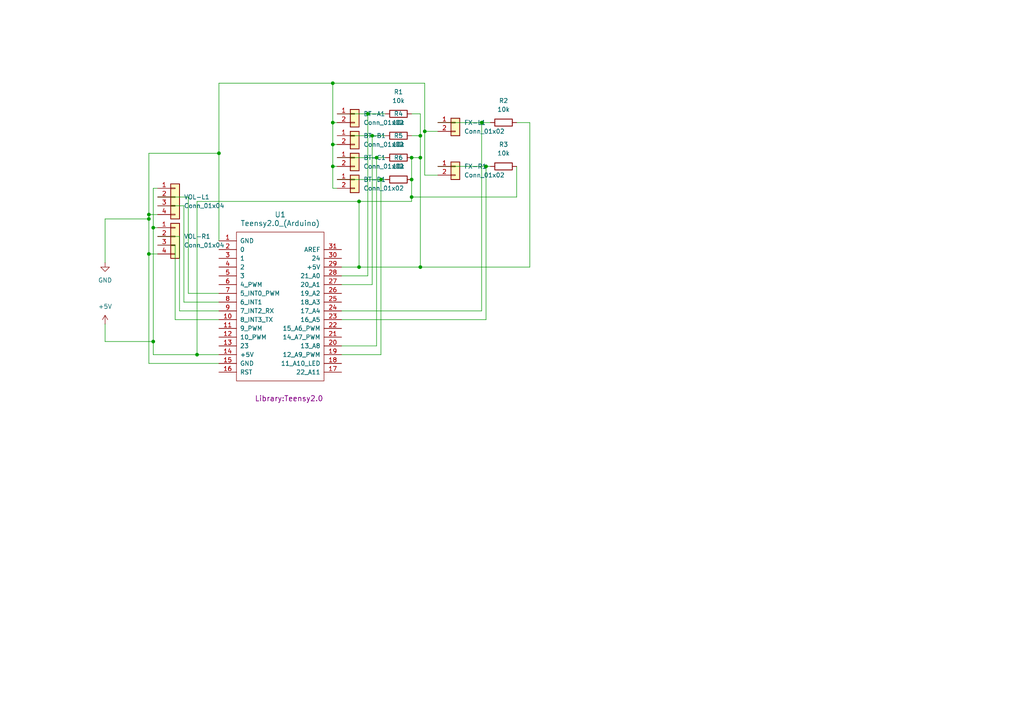
<source format=kicad_sch>
(kicad_sch (version 20231120) (generator "eeschema") (generator_version "8.0")
  (paper "A4")
  (lib_symbols
    (symbol "Connector_Generic:Conn_01x02" (pin_names (offset 1.016) hide)
      (property "Reference" "J" (at 0 2.54 0))
      (property "Value" "Conn_01x02" (at 0 -5.08 0))
      (symbol "Conn_01x02_1_1"
        (rectangle (start -1.27 -2.413) (end 0 -2.667) (stroke (width 0.1524)))
        (rectangle (start -1.27 0.127) (end 0 -0.127) (stroke (width 0.1524)))
        (rectangle (start -1.27 1.27) (end 1.27 -3.81) (stroke (width 0.254)) (fill (type background)))
        (pin passive line (at -5.08 0 0) (length 3.81) (name "Pin_1") (number "1"))
        (pin passive line (at -5.08 -2.54 0) (length 3.81) (name "Pin_2") (number "2"))
      )
    )
    (symbol "Connector_Generic:Conn_01x04" (pin_names (offset 1.016) hide)
      (property "Reference" "J" (at 0 5.08 0))
      (property "Value" "Conn_01x04" (at 0 -7.62 0))
      (symbol "Conn_01x04_1_1"
        (rectangle (start -1.27 -4.953) (end 0 -5.207) (stroke (width 0.1524)))
        (rectangle (start -1.27 -2.413) (end 0 -2.667) (stroke (width 0.1524)))
        (rectangle (start -1.27 0.127) (end 0 -0.127) (stroke (width 0.1524)))
        (rectangle (start -1.27 2.667) (end 0 2.413) (stroke (width 0.1524)))
        (rectangle (start -1.27 3.81) (end 1.27 -6.35) (stroke (width 0.254)) (fill (type background)))
        (pin passive line (at -5.08 2.54 0) (length 3.81) (name "Pin_1") (number "1"))
        (pin passive line (at -5.08 0 0) (length 3.81) (name "Pin_2") (number "2"))
        (pin passive line (at -5.08 -2.54 0) (length 3.81) (name "Pin_3") (number "3"))
        (pin passive line (at -5.08 -5.08 0) (length 3.81) (name "Pin_4") (number "4"))
      )
    )
    (symbol "Device:R" (pin_numbers hide) (pin_names (offset 0))
      (property "Reference" "R" (at 2.032 0 90))
      (property "Value" "R" (at 0 0 90))
      (symbol "R_0_1"
        (rectangle (start -1.016 -2.54) (end 1.016 2.54) (stroke (width 0.254)))
      )
      (symbol "R_1_1"
        (pin passive line (at 0 3.81 270) (length 1.27) (name "~") (number "1"))
        (pin passive line (at 0 -3.81 90) (length 1.27) (name "~") (number "2"))
      )
    )
    (symbol "Teensy:Teensy2.0_(Arduino)" (pin_names (offset 1.016))
      (property "Reference" "U" (at 0 24.13 0))
      (property "Value" "Teensy2.0_(Arduino)" (at 0 -24.13 0))
      (symbol "Teensy2.0_(Arduino)_0_1"
        (rectangle (start -12.7 21.59) (end 12.7 -21.59))
      )
      (symbol "Teensy2.0_(Arduino)_1_1"
        (pin power_in line (at -17.78 19.05 0) (length 5.08) (name "GND") (number "1"))
        (pin bidirectional line (at -17.78 -3.81 0) (length 5.08) (name "8_INT3_TX") (number "10"))
        (pin bidirectional line (at -17.78 -6.35 0) (length 5.08) (name "9_PWM") (number "11"))
        (pin bidirectional line (at -17.78 -8.89 0) (length 5.08) (name "10_PWM") (number "12"))
        (pin bidirectional line (at -17.78 -11.43 0) (length 5.08) (name "23") (number "13"))
        (pin power_in line (at -17.78 -13.97 0) (length 5.08) (name "+5V") (number "14"))
        (pin power_in line (at -17.78 -16.51 0) (length 5.08) (name "GND") (number "15"))
        (pin input line (at -17.78 -19.05 0) (length 5.08) (name "RST") (number "16"))
        (pin bidirectional line (at 17.78 -19.05 180) (length 5.08) (name "22_A11") (number "17"))
        (pin bidirectional line (at 17.78 -16.51 180) (length 5.08) (name "11_A10_LED") (number "18"))
        (pin bidirectional line (at 17.78 -13.97 180) (length 5.08) (name "12_A9_PWM") (number "19"))
        (pin bidirectional line (at -17.78 16.51 0) (length 5.08) (name "0") (number "2"))
        (pin bidirectional line (at 17.78 -11.43 180) (length 5.08) (name "13_A8") (number "20"))
        (pin bidirectional line (at 17.78 -8.89 180) (length 5.08) (name "14_A7_PWM") (number "21"))
        (pin bidirectional line (at 17.78 -6.35 180) (length 5.08) (name "15_A6_PWM") (number "22"))
        (pin bidirectional line (at 17.78 -3.81 180) (length 5.08) (name "16_A5") (number "23"))
        (pin bidirectional line (at 17.78 -1.27 180) (length 5.08) (name "17_A4") (number "24"))
        (pin bidirectional line (at 17.78 1.27 180) (length 5.08) (name "18_A3") (number "25"))
        (pin bidirectional line (at 17.78 3.81 180) (length 5.08) (name "19_A2") (number "26"))
        (pin bidirectional line (at 17.78 6.35 180) (length 5.08) (name "20_A1") (number "27"))
        (pin bidirectional line (at 17.78 8.89 180) (length 5.08) (name "21_A0") (number "28"))
        (pin power_in line (at 17.78 11.43 180) (length 5.08) (name "+5V") (number "29"))
        (pin bidirectional line (at -17.78 13.97 0) (length 5.08) (name "1") (number "3"))
        (pin bidirectional line (at 17.78 13.97 180) (length 5.08) (name "24") (number "30"))
        (pin input line (at 17.78 16.51 180) (length 5.08) (name "AREF") (number "31"))
        (pin bidirectional line (at -17.78 11.43 0) (length 5.08) (name "2") (number "4"))
        (pin bidirectional line (at -17.78 8.89 0) (length 5.08) (name "3") (number "5"))
        (pin bidirectional line (at -17.78 6.35 0) (length 5.08) (name "4_PWM") (number "6"))
        (pin bidirectional line (at -17.78 3.81 0) (length 5.08) (name "5_INT0_PWM") (number "7"))
        (pin bidirectional line (at -17.78 1.27 0) (length 5.08) (name "6_INT1") (number "8"))
        (pin bidirectional line (at -17.78 -1.27 0) (length 5.08) (name "7_INT2_RX") (number "9"))
      )
    )
    (symbol "power:+5V" (power) (pin_numbers hide) (pin_names (offset 0) hide)
      (property "Value" "+5V" (at 0 3.556 0))
      (symbol "+5V_0_1"
        (polyline (pts (xy -0.762 1.27) (xy 0 2.54)))
        (polyline (pts (xy 0 0) (xy 0 2.54)))
        (polyline (pts (xy 0 2.54) (xy 0.762 1.27)))
      )
      (symbol "+5V_1_1"
        (pin power_in line (at 0 0 90) (length 0) (name "~") (number "1"))
      )
    )
    (symbol "power:GND" (power) (pin_numbers hide) (pin_names (offset 0) hide)
      (property "Value" "GND" (at 0 -3.81 0))
      (symbol "GND_0_1"
        (polyline (pts (xy 0 0) (xy 0 -1.27) (xy 1.27 -1.27) (xy 0 -2.54) (xy -1.27 -1.27) (xy 0 -1.27)))
      )
      (symbol "GND_1_1"
        (pin power_in line (at 0 0 270) (length 0) (name "~") (number "1"))
      )
    )
  )
  (junction (at 43.18 62.23))
  (junction (at 123.19 38.1))
  (junction (at 121.92 77.47))
  (junction (at 121.92 39.37))
  (junction (at 110.49 52.07))
  (junction (at 44.45 66.04))
  (junction (at 96.52 48.26))
  (junction (at 44.45 99.06))
  (junction (at 43.18 63.5))
  (junction (at 139.7 35.56))
  (junction (at 63.5 44.45))
  (junction (at 107.95 39.37))
  (junction (at 119.38 57.15))
  (junction (at 96.52 24.13))
  (junction (at 96.52 41.91))
  (junction (at 96.52 35.56))
  (junction (at 121.92 45.72))
  (junction (at 109.22 45.72))
  (junction (at 104.14 58.42))
  (junction (at 104.14 77.47))
  (junction (at 106.68 33.02))
  (junction (at 140.97 48.26))
  (junction (at 43.18 73.66))
  (junction (at 119.38 45.72))
  (junction (at 57.15 102.87))
  (junction (at 119.38 52.07))
  (wire (pts (xy 99.06 80.01) (xy 106.68 80.01)))
  (wire (pts (xy 50.8 71.12) (xy 50.8 92.71)))
  (wire (pts (xy 63.5 85.09) (xy 54.61 85.09)))
  (wire (pts (xy 149.86 57.15) (xy 119.38 57.15)))
  (wire (pts (xy 139.7 35.56) (xy 139.7 90.17)))
  (wire (pts (xy 127 35.56) (xy 139.7 35.56)))
  (wire (pts (xy 149.86 48.26) (xy 149.86 57.15)))
  (wire (pts (xy 96.52 48.26) (xy 97.79 48.26)))
  (wire (pts (xy 50.8 71.12) (xy 45.72 71.12)))
  (wire (pts (xy 30.48 99.06) (xy 30.48 93.98)))
  (wire (pts (xy 96.52 35.56) (xy 97.79 35.56)))
  (wire (pts (xy 63.5 90.17) (xy 52.07 90.17)))
  (wire (pts (xy 121.92 77.47) (xy 153.67 77.47)))
  (wire (pts (xy 123.19 50.8) (xy 127 50.8)))
  (wire (pts (xy 43.18 73.66) (xy 45.72 73.66)))
  (wire (pts (xy 107.95 39.37) (xy 111.76 39.37)))
  (wire (pts (xy 57.15 58.42) (xy 57.15 102.87)))
  (wire (pts (xy 99.06 77.47) (xy 104.14 77.47)))
  (wire (pts (xy 96.52 35.56) (xy 96.52 41.91)))
  (wire (pts (xy 57.15 102.87) (xy 63.5 102.87)))
  (wire (pts (xy 104.14 77.47) (xy 121.92 77.47)))
  (wire (pts (xy 97.79 45.72) (xy 109.22 45.72)))
  (wire (pts (xy 140.97 48.26) (xy 142.24 48.26)))
  (wire (pts (xy 139.7 35.56) (xy 142.24 35.56)))
  (wire (pts (xy 53.34 59.69) (xy 45.72 59.69)))
  (wire (pts (xy 97.79 33.02) (xy 106.68 33.02)))
  (wire (pts (xy 63.5 105.41) (xy 43.18 105.41)))
  (wire (pts (xy 104.14 58.42) (xy 104.14 77.47)))
  (wire (pts (xy 99.06 92.71) (xy 140.97 92.71)))
  (wire (pts (xy 63.5 87.63) (xy 53.34 87.63)))
  (wire (pts (xy 44.45 66.04) (xy 45.72 66.04)))
  (wire (pts (xy 140.97 48.26) (xy 140.97 92.71)))
  (wire (pts (xy 96.52 41.91) (xy 97.79 41.91)))
  (wire (pts (xy 44.45 102.87) (xy 57.15 102.87)))
  (wire (pts (xy 110.49 102.87) (xy 99.06 102.87)))
  (wire (pts (xy 121.92 33.02) (xy 121.92 39.37)))
  (wire (pts (xy 43.18 73.66) (xy 43.18 105.41)))
  (wire (pts (xy 43.18 63.5) (xy 30.48 63.5)))
  (wire (pts (xy 44.45 66.04) (xy 44.45 54.61)))
  (wire (pts (xy 44.45 99.06) (xy 30.48 99.06)))
  (wire (pts (xy 43.18 62.23) (xy 45.72 62.23)))
  (wire (pts (xy 123.19 38.1) (xy 127 38.1)))
  (wire (pts (xy 99.06 90.17) (xy 139.7 90.17)))
  (wire (pts (xy 106.68 33.02) (xy 106.68 80.01)))
  (wire (pts (xy 43.18 63.5) (xy 43.18 73.66)))
  (wire (pts (xy 119.38 45.72) (xy 121.92 45.72)))
  (wire (pts (xy 54.61 57.15) (xy 54.61 85.09)))
  (wire (pts (xy 153.67 35.56) (xy 153.67 77.47)))
  (wire (pts (xy 109.22 100.33) (xy 99.06 100.33)))
  (wire (pts (xy 43.18 44.45) (xy 43.18 62.23)))
  (wire (pts (xy 127 48.26) (xy 140.97 48.26)))
  (wire (pts (xy 96.52 24.13) (xy 123.19 24.13)))
  (wire (pts (xy 53.34 59.69) (xy 53.34 87.63)))
  (wire (pts (xy 109.22 45.72) (xy 111.76 45.72)))
  (wire (pts (xy 121.92 39.37) (xy 121.92 45.72)))
  (wire (pts (xy 149.86 35.56) (xy 153.67 35.56)))
  (wire (pts (xy 63.5 92.71) (xy 50.8 92.71)))
  (wire (pts (xy 43.18 44.45) (xy 63.5 44.45)))
  (wire (pts (xy 96.52 41.91) (xy 96.52 48.26)))
  (wire (pts (xy 119.38 45.72) (xy 119.38 52.07)))
  (wire (pts (xy 97.79 52.07) (xy 110.49 52.07)))
  (wire (pts (xy 96.52 24.13) (xy 96.52 35.56)))
  (wire (pts (xy 54.61 57.15) (xy 45.72 57.15)))
  (wire (pts (xy 52.07 68.58) (xy 45.72 68.58)))
  (wire (pts (xy 96.52 54.61) (xy 97.79 54.61)))
  (wire (pts (xy 119.38 39.37) (xy 121.92 39.37)))
  (wire (pts (xy 63.5 69.85) (xy 63.5 44.45)))
  (wire (pts (xy 96.52 48.26) (xy 96.52 54.61)))
  (wire (pts (xy 123.19 38.1) (xy 123.19 50.8)))
  (wire (pts (xy 119.38 57.15) (xy 119.38 58.42)))
  (wire (pts (xy 121.92 45.72) (xy 121.92 77.47)))
  (wire (pts (xy 44.45 66.04) (xy 44.45 99.06)))
  (wire (pts (xy 63.5 24.13) (xy 96.52 24.13)))
  (wire (pts (xy 43.18 62.23) (xy 43.18 63.5)))
  (wire (pts (xy 30.48 63.5) (xy 30.48 76.2)))
  (wire (pts (xy 97.79 39.37) (xy 107.95 39.37)))
  (wire (pts (xy 44.45 99.06) (xy 44.45 102.87)))
  (wire (pts (xy 63.5 44.45) (xy 63.5 24.13)))
  (wire (pts (xy 44.45 54.61) (xy 45.72 54.61)))
  (wire (pts (xy 123.19 24.13) (xy 123.19 38.1)))
  (wire (pts (xy 106.68 33.02) (xy 111.76 33.02)))
  (wire (pts (xy 109.22 45.72) (xy 109.22 100.33)))
  (wire (pts (xy 104.14 58.42) (xy 57.15 58.42)))
  (wire (pts (xy 52.07 68.58) (xy 52.07 90.17)))
  (wire (pts (xy 110.49 52.07) (xy 111.76 52.07)))
  (wire (pts (xy 107.95 39.37) (xy 107.95 82.55)))
  (wire (pts (xy 110.49 52.07) (xy 110.49 102.87)))
  (wire (pts (xy 99.06 82.55) (xy 107.95 82.55)))
  (wire (pts (xy 119.38 58.42) (xy 104.14 58.42)))
  (wire (pts (xy 119.38 33.02) (xy 121.92 33.02)))
  (wire (pts (xy 119.38 52.07) (xy 119.38 57.15)))
  (symbol (lib_id "Connector_Generic:Conn_01x02") (at 132.08 35.56 0) (unit 1)
    (property "Reference" "FX-L1" (at 134.62 35.5599 0) (effects (justify left)))
    (property "Value" "Conn_01x02" (at 134.62 38.0999 0) (effects (justify left)))
    (property "Footprint" "Connector_JST:JST_XH_B2B-XH-A_1x02_P2.50mm_Vertical" (effects (hide yes)))
    (property "Description" "Generic connector, single row, 01x02, script generated (kicad-library-utils/schlib/autogen/connector/)" (effects (hide yes)))
  )
  (symbol (lib_id "Connector_Generic:Conn_01x02") (at 132.08 48.26 0) (unit 1)
    (property "Reference" "FX-R1" (at 134.62 48.2599 0) (effects (justify left)))
    (property "Value" "Conn_01x02" (at 134.62 50.7999 0) (effects (justify left)))
    (property "Footprint" "Connector_JST:JST_XH_B2B-XH-A_1x02_P2.50mm_Vertical" (effects (hide yes)))
    (property "Description" "Generic connector, single row, 01x02, script generated (kicad-library-utils/schlib/autogen/connector/)" (effects (hide yes)))
  )
  (symbol (lib_id "Connector_Generic:Conn_01x04") (at 50.8 57.15 0) (unit 1)
    (property "Reference" "VOL-L1" (at 53.34 57.1499 0) (effects (justify left)))
    (property "Value" "Conn_01x04" (at 53.34 59.6899 0) (effects (justify left)))
    (property "Footprint" "Connector_JST:JST_XH_B4B-XH-A_1x04_P2.50mm_Vertical" (effects (hide yes)))
    (property "Description" "Generic connector, single row, 01x04, script generated (kicad-library-utils/schlib/autogen/connector/)" (effects (hide yes)))
  )
  (symbol (lib_id "Device:R") (at 115.57 33.02 270) (unit 1)
    (property "Reference" "R1" (at 115.57 26.67 90))
    (property "Value" "10k" (at 115.57 29.21 90))
    (property "Footprint" "Resistor_SMD:R_0805_2012Metric_Pad1.20x1.40mm_HandSolder" (effects (hide yes)))
    (property "Description" "Resistor" (effects (hide yes)))
  )
  (symbol (lib_id "Connector_Generic:Conn_01x04") (at 50.8 68.58 0) (unit 1)
    (property "Reference" "VOL-R1" (at 53.34 68.5799 0) (effects (justify left)))
    (property "Value" "Conn_01x04" (at 53.34 71.1199 0) (effects (justify left)))
    (property "Footprint" "Connector_JST:JST_XH_B4B-XH-A_1x04_P2.50mm_Vertical" (effects (hide yes)))
    (property "Description" "Generic connector, single row, 01x04, script generated (kicad-library-utils/schlib/autogen/connector/)" (effects (hide yes)))
  )
  (symbol (lib_id "power:GND") (at 30.48 76.2 0) (unit 1)
    (property "Reference" "#PWR01" (effects (hide yes)))
    (property "Value" "GND" (at 30.48 81.28 0))
    (property "Description" "Power symbol creates a global label with name \"GND\" , ground" (effects (hide yes)))
  )
  (symbol (lib_id "power:+5V") (at 30.48 93.98 0) (unit 1)
    (property "Reference" "#PWR02" (effects (hide yes)))
    (property "Value" "+5V" (at 30.48 88.9 0))
    (property "Description" "Power symbol creates a global label with name \"+5V\"" (effects (hide yes)))
  )
  (symbol (lib_id "Connector_Generic:Conn_01x02") (at 102.87 52.07 0) (unit 1)
    (property "Reference" "BT-D1" (at 105.41 52.0699 0) (effects (justify left)))
    (property "Value" "Conn_01x02" (at 105.41 54.6099 0) (effects (justify left)))
    (property "Footprint" "Connector_JST:JST_XH_B2B-XH-A_1x02_P2.50mm_Vertical" (effects (hide yes)))
    (property "Description" "Generic connector, single row, 01x02, script generated (kicad-library-utils/schlib/autogen/connector/)" (effects (hide yes)))
  )
  (symbol (lib_id "Connector_Generic:Conn_01x02") (at 102.87 45.72 0) (unit 1)
    (property "Reference" "BT-C1" (at 105.41 45.7199 0) (effects (justify left)))
    (property "Value" "Conn_01x02" (at 105.41 48.2599 0) (effects (justify left)))
    (property "Footprint" "Connector_JST:JST_XH_B2B-XH-A_1x02_P2.50mm_Vertical" (effects (hide yes)))
    (property "Description" "Generic connector, single row, 01x02, script generated (kicad-library-utils/schlib/autogen/connector/)" (effects (hide yes)))
  )
  (symbol (lib_id "Device:R") (at 115.57 39.37 270) (unit 1)
    (property "Reference" "R4" (at 115.57 33.02 90))
    (property "Value" "10k" (at 115.57 35.56 90))
    (property "Footprint" "Resistor_SMD:R_0805_2012Metric_Pad1.20x1.40mm_HandSolder" (effects (hide yes)))
    (property "Description" "Resistor" (effects (hide yes)))
  )
  (symbol (lib_id "Device:R") (at 146.05 48.26 270) (unit 1)
    (property "Reference" "R3" (at 146.05 41.91 90))
    (property "Value" "10k" (at 146.05 44.45 90))
    (property "Footprint" "Resistor_SMD:R_0805_2012Metric_Pad1.20x1.40mm_HandSolder" (effects (hide yes)))
    (property "Description" "Resistor" (effects (hide yes)))
  )
  (symbol (lib_id "Connector_Generic:Conn_01x02") (at 102.87 33.02 0) (unit 1)
    (property "Reference" "BT-A1" (at 105.41 33.0199 0) (effects (justify left)))
    (property "Value" "Conn_01x02" (at 105.41 35.5599 0) (effects (justify left)))
    (property "Footprint" "Connector_JST:JST_XH_B2B-XH-A_1x02_P2.50mm_Vertical" (effects (hide yes)))
    (property "Description" "Generic connector, single row, 01x02, script generated (kicad-library-utils/schlib/autogen/connector/)" (effects (hide yes)))
  )
  (symbol (lib_id "Teensy:Teensy2.0_(Arduino)") (at 81.28 88.9 0) (unit 1)
    (property "Reference" "U1" (at 81.28 62.23 0) (effects (font (size 1.524 1.524))))
    (property "Value" "Teensy2.0_(Arduino)" (at 81.28 64.77 0) (effects (font (size 1.524 1.524))))
    (property "Footprint" "Library:Teensy2.0" (at 83.82 115.57 0) (effects (font (size 1.524 1.524))))
  )
  (symbol (lib_id "Device:R") (at 146.05 35.56 270) (unit 1)
    (property "Reference" "R2" (at 146.05 29.21 90))
    (property "Value" "10k" (at 146.05 31.75 90))
    (property "Footprint" "Resistor_SMD:R_0805_2012Metric_Pad1.20x1.40mm_HandSolder" (effects (hide yes)))
    (property "Description" "Resistor" (effects (hide yes)))
  )
  (symbol (lib_id "Device:R") (at 115.57 52.07 270) (unit 1)
    (property "Reference" "R6" (at 115.57 45.72 90))
    (property "Value" "10k" (at 115.57 48.26 90))
    (property "Footprint" "Resistor_SMD:R_0805_2012Metric_Pad1.20x1.40mm_HandSolder" (effects (hide yes)))
    (property "Description" "Resistor" (effects (hide yes)))
  )
  (symbol (lib_id "Connector_Generic:Conn_01x02") (at 102.87 39.37 0) (unit 1)
    (property "Reference" "BT-B1" (at 105.41 39.3699 0) (effects (justify left)))
    (property "Value" "Conn_01x02" (at 105.41 41.9099 0) (effects (justify left)))
    (property "Footprint" "Connector_JST:JST_XH_B2B-XH-A_1x02_P2.50mm_Vertical" (effects (hide yes)))
    (property "Description" "Generic connector, single row, 01x02, script generated (kicad-library-utils/schlib/autogen/connector/)" (effects (hide yes)))
  )
  (symbol (lib_id "Device:R") (at 115.57 45.72 270) (unit 1)
    (property "Reference" "R5" (at 115.57 39.37 90))
    (property "Value" "10k" (at 115.57 41.91 90))
    (property "Footprint" "Resistor_SMD:R_0805_2012Metric_Pad1.20x1.40mm_HandSolder" (effects (hide yes)))
    (property "Description" "Resistor" (effects (hide yes)))
  )
)
</source>
